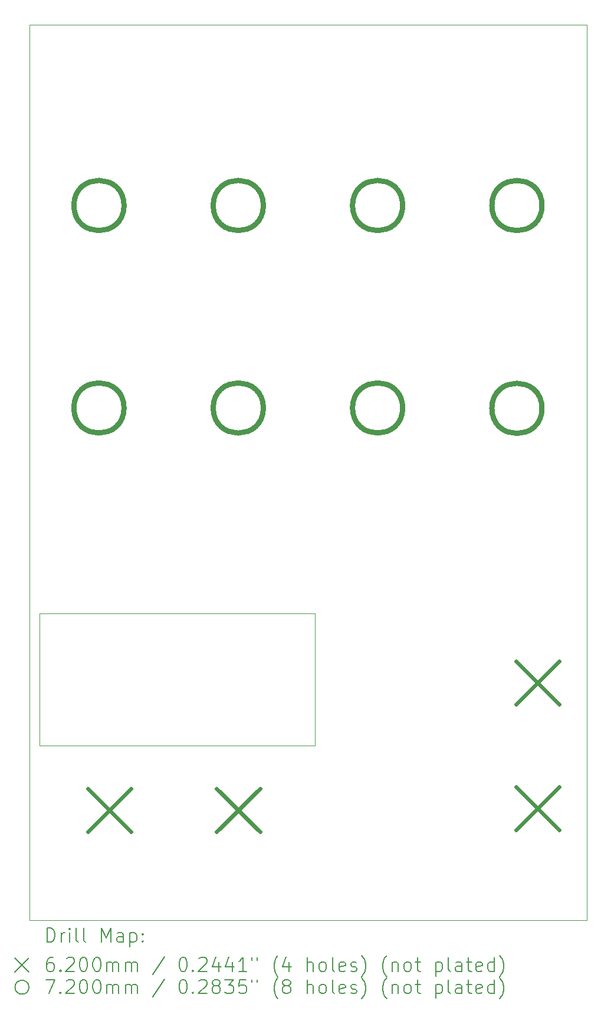
<source format=gbr>
%TF.GenerationSoftware,KiCad,Pcbnew,8.0.4+1*%
%TF.CreationDate,2024-09-11T08:07:54+08:00*%
%TF.ProjectId,MiniSeq - Panel,4d696e69-5365-4712-902d-2050616e656c,v0.1*%
%TF.SameCoordinates,Original*%
%TF.FileFunction,Drillmap*%
%TF.FilePolarity,Positive*%
%FSLAX45Y45*%
G04 Gerber Fmt 4.5, Leading zero omitted, Abs format (unit mm)*
G04 Created by KiCad (PCBNEW 8.0.4+1) date 2024-09-11 08:07:54*
%MOMM*%
%LPD*%
G01*
G04 APERTURE LIST*
%ADD10C,0.100000*%
%ADD11C,0.200000*%
%ADD12C,0.620000*%
%ADD13C,0.720000*%
G04 APERTURE END LIST*
D10*
X5000000Y-3000000D02*
X13000000Y-3000000D01*
X13000000Y-15850000D01*
X5000000Y-15850000D01*
X5000000Y-3000000D01*
X5150000Y-11450000D02*
X9100000Y-11450000D01*
X9100000Y-13350000D01*
X5150000Y-13350000D01*
X5150000Y-11450000D01*
D11*
D12*
X5840000Y-13962000D02*
X6460000Y-14582000D01*
X6460000Y-13962000D02*
X5840000Y-14582000D01*
X7690000Y-13962000D02*
X8310000Y-14582000D01*
X8310000Y-13962000D02*
X7690000Y-14582000D01*
X11990000Y-12137000D02*
X12610000Y-12757000D01*
X12610000Y-12137000D02*
X11990000Y-12757000D01*
X11990000Y-13940000D02*
X12610000Y-14560000D01*
X12610000Y-13940000D02*
X11990000Y-14560000D01*
D13*
X6360000Y-5594250D02*
G75*
G02*
X5640000Y-5594250I-360000J0D01*
G01*
X5640000Y-5594250D02*
G75*
G02*
X6360000Y-5594250I360000J0D01*
G01*
X6360000Y-8500000D02*
G75*
G02*
X5640000Y-8500000I-360000J0D01*
G01*
X5640000Y-8500000D02*
G75*
G02*
X6360000Y-8500000I360000J0D01*
G01*
X8360000Y-5594250D02*
G75*
G02*
X7640000Y-5594250I-360000J0D01*
G01*
X7640000Y-5594250D02*
G75*
G02*
X8360000Y-5594250I360000J0D01*
G01*
X8360000Y-8500000D02*
G75*
G02*
X7640000Y-8500000I-360000J0D01*
G01*
X7640000Y-8500000D02*
G75*
G02*
X8360000Y-8500000I360000J0D01*
G01*
X10360000Y-5594250D02*
G75*
G02*
X9640000Y-5594250I-360000J0D01*
G01*
X9640000Y-5594250D02*
G75*
G02*
X10360000Y-5594250I360000J0D01*
G01*
X10360000Y-8500000D02*
G75*
G02*
X9640000Y-8500000I-360000J0D01*
G01*
X9640000Y-8500000D02*
G75*
G02*
X10360000Y-8500000I360000J0D01*
G01*
X12360000Y-5594250D02*
G75*
G02*
X11640000Y-5594250I-360000J0D01*
G01*
X11640000Y-5594250D02*
G75*
G02*
X12360000Y-5594250I360000J0D01*
G01*
X12360000Y-8505750D02*
G75*
G02*
X11640000Y-8505750I-360000J0D01*
G01*
X11640000Y-8505750D02*
G75*
G02*
X12360000Y-8505750I360000J0D01*
G01*
D11*
X5255777Y-16166484D02*
X5255777Y-15966484D01*
X5255777Y-15966484D02*
X5303396Y-15966484D01*
X5303396Y-15966484D02*
X5331967Y-15976008D01*
X5331967Y-15976008D02*
X5351015Y-15995055D01*
X5351015Y-15995055D02*
X5360539Y-16014103D01*
X5360539Y-16014103D02*
X5370063Y-16052198D01*
X5370063Y-16052198D02*
X5370063Y-16080769D01*
X5370063Y-16080769D02*
X5360539Y-16118865D01*
X5360539Y-16118865D02*
X5351015Y-16137912D01*
X5351015Y-16137912D02*
X5331967Y-16156960D01*
X5331967Y-16156960D02*
X5303396Y-16166484D01*
X5303396Y-16166484D02*
X5255777Y-16166484D01*
X5455777Y-16166484D02*
X5455777Y-16033150D01*
X5455777Y-16071246D02*
X5465301Y-16052198D01*
X5465301Y-16052198D02*
X5474824Y-16042674D01*
X5474824Y-16042674D02*
X5493872Y-16033150D01*
X5493872Y-16033150D02*
X5512920Y-16033150D01*
X5579586Y-16166484D02*
X5579586Y-16033150D01*
X5579586Y-15966484D02*
X5570063Y-15976008D01*
X5570063Y-15976008D02*
X5579586Y-15985531D01*
X5579586Y-15985531D02*
X5589110Y-15976008D01*
X5589110Y-15976008D02*
X5579586Y-15966484D01*
X5579586Y-15966484D02*
X5579586Y-15985531D01*
X5703396Y-16166484D02*
X5684348Y-16156960D01*
X5684348Y-16156960D02*
X5674824Y-16137912D01*
X5674824Y-16137912D02*
X5674824Y-15966484D01*
X5808158Y-16166484D02*
X5789110Y-16156960D01*
X5789110Y-16156960D02*
X5779586Y-16137912D01*
X5779586Y-16137912D02*
X5779586Y-15966484D01*
X6036729Y-16166484D02*
X6036729Y-15966484D01*
X6036729Y-15966484D02*
X6103396Y-16109341D01*
X6103396Y-16109341D02*
X6170062Y-15966484D01*
X6170062Y-15966484D02*
X6170062Y-16166484D01*
X6351015Y-16166484D02*
X6351015Y-16061722D01*
X6351015Y-16061722D02*
X6341491Y-16042674D01*
X6341491Y-16042674D02*
X6322443Y-16033150D01*
X6322443Y-16033150D02*
X6284348Y-16033150D01*
X6284348Y-16033150D02*
X6265301Y-16042674D01*
X6351015Y-16156960D02*
X6331967Y-16166484D01*
X6331967Y-16166484D02*
X6284348Y-16166484D01*
X6284348Y-16166484D02*
X6265301Y-16156960D01*
X6265301Y-16156960D02*
X6255777Y-16137912D01*
X6255777Y-16137912D02*
X6255777Y-16118865D01*
X6255777Y-16118865D02*
X6265301Y-16099817D01*
X6265301Y-16099817D02*
X6284348Y-16090293D01*
X6284348Y-16090293D02*
X6331967Y-16090293D01*
X6331967Y-16090293D02*
X6351015Y-16080769D01*
X6446253Y-16033150D02*
X6446253Y-16233150D01*
X6446253Y-16042674D02*
X6465301Y-16033150D01*
X6465301Y-16033150D02*
X6503396Y-16033150D01*
X6503396Y-16033150D02*
X6522443Y-16042674D01*
X6522443Y-16042674D02*
X6531967Y-16052198D01*
X6531967Y-16052198D02*
X6541491Y-16071246D01*
X6541491Y-16071246D02*
X6541491Y-16128388D01*
X6541491Y-16128388D02*
X6531967Y-16147436D01*
X6531967Y-16147436D02*
X6522443Y-16156960D01*
X6522443Y-16156960D02*
X6503396Y-16166484D01*
X6503396Y-16166484D02*
X6465301Y-16166484D01*
X6465301Y-16166484D02*
X6446253Y-16156960D01*
X6627205Y-16147436D02*
X6636729Y-16156960D01*
X6636729Y-16156960D02*
X6627205Y-16166484D01*
X6627205Y-16166484D02*
X6617682Y-16156960D01*
X6617682Y-16156960D02*
X6627205Y-16147436D01*
X6627205Y-16147436D02*
X6627205Y-16166484D01*
X6627205Y-16042674D02*
X6636729Y-16052198D01*
X6636729Y-16052198D02*
X6627205Y-16061722D01*
X6627205Y-16061722D02*
X6617682Y-16052198D01*
X6617682Y-16052198D02*
X6627205Y-16042674D01*
X6627205Y-16042674D02*
X6627205Y-16061722D01*
X4795000Y-16395000D02*
X4995000Y-16595000D01*
X4995000Y-16395000D02*
X4795000Y-16595000D01*
X5341491Y-16386484D02*
X5303396Y-16386484D01*
X5303396Y-16386484D02*
X5284348Y-16396008D01*
X5284348Y-16396008D02*
X5274824Y-16405531D01*
X5274824Y-16405531D02*
X5255777Y-16434103D01*
X5255777Y-16434103D02*
X5246253Y-16472198D01*
X5246253Y-16472198D02*
X5246253Y-16548388D01*
X5246253Y-16548388D02*
X5255777Y-16567436D01*
X5255777Y-16567436D02*
X5265301Y-16576960D01*
X5265301Y-16576960D02*
X5284348Y-16586484D01*
X5284348Y-16586484D02*
X5322444Y-16586484D01*
X5322444Y-16586484D02*
X5341491Y-16576960D01*
X5341491Y-16576960D02*
X5351015Y-16567436D01*
X5351015Y-16567436D02*
X5360539Y-16548388D01*
X5360539Y-16548388D02*
X5360539Y-16500769D01*
X5360539Y-16500769D02*
X5351015Y-16481722D01*
X5351015Y-16481722D02*
X5341491Y-16472198D01*
X5341491Y-16472198D02*
X5322444Y-16462674D01*
X5322444Y-16462674D02*
X5284348Y-16462674D01*
X5284348Y-16462674D02*
X5265301Y-16472198D01*
X5265301Y-16472198D02*
X5255777Y-16481722D01*
X5255777Y-16481722D02*
X5246253Y-16500769D01*
X5446253Y-16567436D02*
X5455777Y-16576960D01*
X5455777Y-16576960D02*
X5446253Y-16586484D01*
X5446253Y-16586484D02*
X5436729Y-16576960D01*
X5436729Y-16576960D02*
X5446253Y-16567436D01*
X5446253Y-16567436D02*
X5446253Y-16586484D01*
X5531967Y-16405531D02*
X5541491Y-16396008D01*
X5541491Y-16396008D02*
X5560539Y-16386484D01*
X5560539Y-16386484D02*
X5608158Y-16386484D01*
X5608158Y-16386484D02*
X5627205Y-16396008D01*
X5627205Y-16396008D02*
X5636729Y-16405531D01*
X5636729Y-16405531D02*
X5646253Y-16424579D01*
X5646253Y-16424579D02*
X5646253Y-16443627D01*
X5646253Y-16443627D02*
X5636729Y-16472198D01*
X5636729Y-16472198D02*
X5522444Y-16586484D01*
X5522444Y-16586484D02*
X5646253Y-16586484D01*
X5770062Y-16386484D02*
X5789110Y-16386484D01*
X5789110Y-16386484D02*
X5808158Y-16396008D01*
X5808158Y-16396008D02*
X5817682Y-16405531D01*
X5817682Y-16405531D02*
X5827205Y-16424579D01*
X5827205Y-16424579D02*
X5836729Y-16462674D01*
X5836729Y-16462674D02*
X5836729Y-16510293D01*
X5836729Y-16510293D02*
X5827205Y-16548388D01*
X5827205Y-16548388D02*
X5817682Y-16567436D01*
X5817682Y-16567436D02*
X5808158Y-16576960D01*
X5808158Y-16576960D02*
X5789110Y-16586484D01*
X5789110Y-16586484D02*
X5770062Y-16586484D01*
X5770062Y-16586484D02*
X5751015Y-16576960D01*
X5751015Y-16576960D02*
X5741491Y-16567436D01*
X5741491Y-16567436D02*
X5731967Y-16548388D01*
X5731967Y-16548388D02*
X5722443Y-16510293D01*
X5722443Y-16510293D02*
X5722443Y-16462674D01*
X5722443Y-16462674D02*
X5731967Y-16424579D01*
X5731967Y-16424579D02*
X5741491Y-16405531D01*
X5741491Y-16405531D02*
X5751015Y-16396008D01*
X5751015Y-16396008D02*
X5770062Y-16386484D01*
X5960539Y-16386484D02*
X5979586Y-16386484D01*
X5979586Y-16386484D02*
X5998634Y-16396008D01*
X5998634Y-16396008D02*
X6008158Y-16405531D01*
X6008158Y-16405531D02*
X6017682Y-16424579D01*
X6017682Y-16424579D02*
X6027205Y-16462674D01*
X6027205Y-16462674D02*
X6027205Y-16510293D01*
X6027205Y-16510293D02*
X6017682Y-16548388D01*
X6017682Y-16548388D02*
X6008158Y-16567436D01*
X6008158Y-16567436D02*
X5998634Y-16576960D01*
X5998634Y-16576960D02*
X5979586Y-16586484D01*
X5979586Y-16586484D02*
X5960539Y-16586484D01*
X5960539Y-16586484D02*
X5941491Y-16576960D01*
X5941491Y-16576960D02*
X5931967Y-16567436D01*
X5931967Y-16567436D02*
X5922443Y-16548388D01*
X5922443Y-16548388D02*
X5912920Y-16510293D01*
X5912920Y-16510293D02*
X5912920Y-16462674D01*
X5912920Y-16462674D02*
X5922443Y-16424579D01*
X5922443Y-16424579D02*
X5931967Y-16405531D01*
X5931967Y-16405531D02*
X5941491Y-16396008D01*
X5941491Y-16396008D02*
X5960539Y-16386484D01*
X6112920Y-16586484D02*
X6112920Y-16453150D01*
X6112920Y-16472198D02*
X6122443Y-16462674D01*
X6122443Y-16462674D02*
X6141491Y-16453150D01*
X6141491Y-16453150D02*
X6170063Y-16453150D01*
X6170063Y-16453150D02*
X6189110Y-16462674D01*
X6189110Y-16462674D02*
X6198634Y-16481722D01*
X6198634Y-16481722D02*
X6198634Y-16586484D01*
X6198634Y-16481722D02*
X6208158Y-16462674D01*
X6208158Y-16462674D02*
X6227205Y-16453150D01*
X6227205Y-16453150D02*
X6255777Y-16453150D01*
X6255777Y-16453150D02*
X6274824Y-16462674D01*
X6274824Y-16462674D02*
X6284348Y-16481722D01*
X6284348Y-16481722D02*
X6284348Y-16586484D01*
X6379586Y-16586484D02*
X6379586Y-16453150D01*
X6379586Y-16472198D02*
X6389110Y-16462674D01*
X6389110Y-16462674D02*
X6408158Y-16453150D01*
X6408158Y-16453150D02*
X6436729Y-16453150D01*
X6436729Y-16453150D02*
X6455777Y-16462674D01*
X6455777Y-16462674D02*
X6465301Y-16481722D01*
X6465301Y-16481722D02*
X6465301Y-16586484D01*
X6465301Y-16481722D02*
X6474824Y-16462674D01*
X6474824Y-16462674D02*
X6493872Y-16453150D01*
X6493872Y-16453150D02*
X6522443Y-16453150D01*
X6522443Y-16453150D02*
X6541491Y-16462674D01*
X6541491Y-16462674D02*
X6551015Y-16481722D01*
X6551015Y-16481722D02*
X6551015Y-16586484D01*
X6941491Y-16376960D02*
X6770063Y-16634103D01*
X7198634Y-16386484D02*
X7217682Y-16386484D01*
X7217682Y-16386484D02*
X7236729Y-16396008D01*
X7236729Y-16396008D02*
X7246253Y-16405531D01*
X7246253Y-16405531D02*
X7255777Y-16424579D01*
X7255777Y-16424579D02*
X7265301Y-16462674D01*
X7265301Y-16462674D02*
X7265301Y-16510293D01*
X7265301Y-16510293D02*
X7255777Y-16548388D01*
X7255777Y-16548388D02*
X7246253Y-16567436D01*
X7246253Y-16567436D02*
X7236729Y-16576960D01*
X7236729Y-16576960D02*
X7217682Y-16586484D01*
X7217682Y-16586484D02*
X7198634Y-16586484D01*
X7198634Y-16586484D02*
X7179586Y-16576960D01*
X7179586Y-16576960D02*
X7170063Y-16567436D01*
X7170063Y-16567436D02*
X7160539Y-16548388D01*
X7160539Y-16548388D02*
X7151015Y-16510293D01*
X7151015Y-16510293D02*
X7151015Y-16462674D01*
X7151015Y-16462674D02*
X7160539Y-16424579D01*
X7160539Y-16424579D02*
X7170063Y-16405531D01*
X7170063Y-16405531D02*
X7179586Y-16396008D01*
X7179586Y-16396008D02*
X7198634Y-16386484D01*
X7351015Y-16567436D02*
X7360539Y-16576960D01*
X7360539Y-16576960D02*
X7351015Y-16586484D01*
X7351015Y-16586484D02*
X7341491Y-16576960D01*
X7341491Y-16576960D02*
X7351015Y-16567436D01*
X7351015Y-16567436D02*
X7351015Y-16586484D01*
X7436729Y-16405531D02*
X7446253Y-16396008D01*
X7446253Y-16396008D02*
X7465301Y-16386484D01*
X7465301Y-16386484D02*
X7512920Y-16386484D01*
X7512920Y-16386484D02*
X7531967Y-16396008D01*
X7531967Y-16396008D02*
X7541491Y-16405531D01*
X7541491Y-16405531D02*
X7551015Y-16424579D01*
X7551015Y-16424579D02*
X7551015Y-16443627D01*
X7551015Y-16443627D02*
X7541491Y-16472198D01*
X7541491Y-16472198D02*
X7427206Y-16586484D01*
X7427206Y-16586484D02*
X7551015Y-16586484D01*
X7722444Y-16453150D02*
X7722444Y-16586484D01*
X7674825Y-16376960D02*
X7627206Y-16519817D01*
X7627206Y-16519817D02*
X7751015Y-16519817D01*
X7912920Y-16453150D02*
X7912920Y-16586484D01*
X7865301Y-16376960D02*
X7817682Y-16519817D01*
X7817682Y-16519817D02*
X7941491Y-16519817D01*
X8122444Y-16586484D02*
X8008158Y-16586484D01*
X8065301Y-16586484D02*
X8065301Y-16386484D01*
X8065301Y-16386484D02*
X8046253Y-16415055D01*
X8046253Y-16415055D02*
X8027206Y-16434103D01*
X8027206Y-16434103D02*
X8008158Y-16443627D01*
X8198634Y-16386484D02*
X8198634Y-16424579D01*
X8274825Y-16386484D02*
X8274825Y-16424579D01*
X8570063Y-16662674D02*
X8560539Y-16653150D01*
X8560539Y-16653150D02*
X8541491Y-16624579D01*
X8541491Y-16624579D02*
X8531968Y-16605531D01*
X8531968Y-16605531D02*
X8522444Y-16576960D01*
X8522444Y-16576960D02*
X8512920Y-16529341D01*
X8512920Y-16529341D02*
X8512920Y-16491246D01*
X8512920Y-16491246D02*
X8522444Y-16443627D01*
X8522444Y-16443627D02*
X8531968Y-16415055D01*
X8531968Y-16415055D02*
X8541491Y-16396008D01*
X8541491Y-16396008D02*
X8560539Y-16367436D01*
X8560539Y-16367436D02*
X8570063Y-16357912D01*
X8731968Y-16453150D02*
X8731968Y-16586484D01*
X8684349Y-16376960D02*
X8636730Y-16519817D01*
X8636730Y-16519817D02*
X8760539Y-16519817D01*
X8989111Y-16586484D02*
X8989111Y-16386484D01*
X9074825Y-16586484D02*
X9074825Y-16481722D01*
X9074825Y-16481722D02*
X9065301Y-16462674D01*
X9065301Y-16462674D02*
X9046253Y-16453150D01*
X9046253Y-16453150D02*
X9017682Y-16453150D01*
X9017682Y-16453150D02*
X8998634Y-16462674D01*
X8998634Y-16462674D02*
X8989111Y-16472198D01*
X9198634Y-16586484D02*
X9179587Y-16576960D01*
X9179587Y-16576960D02*
X9170063Y-16567436D01*
X9170063Y-16567436D02*
X9160539Y-16548388D01*
X9160539Y-16548388D02*
X9160539Y-16491246D01*
X9160539Y-16491246D02*
X9170063Y-16472198D01*
X9170063Y-16472198D02*
X9179587Y-16462674D01*
X9179587Y-16462674D02*
X9198634Y-16453150D01*
X9198634Y-16453150D02*
X9227206Y-16453150D01*
X9227206Y-16453150D02*
X9246253Y-16462674D01*
X9246253Y-16462674D02*
X9255777Y-16472198D01*
X9255777Y-16472198D02*
X9265301Y-16491246D01*
X9265301Y-16491246D02*
X9265301Y-16548388D01*
X9265301Y-16548388D02*
X9255777Y-16567436D01*
X9255777Y-16567436D02*
X9246253Y-16576960D01*
X9246253Y-16576960D02*
X9227206Y-16586484D01*
X9227206Y-16586484D02*
X9198634Y-16586484D01*
X9379587Y-16586484D02*
X9360539Y-16576960D01*
X9360539Y-16576960D02*
X9351015Y-16557912D01*
X9351015Y-16557912D02*
X9351015Y-16386484D01*
X9531968Y-16576960D02*
X9512920Y-16586484D01*
X9512920Y-16586484D02*
X9474825Y-16586484D01*
X9474825Y-16586484D02*
X9455777Y-16576960D01*
X9455777Y-16576960D02*
X9446253Y-16557912D01*
X9446253Y-16557912D02*
X9446253Y-16481722D01*
X9446253Y-16481722D02*
X9455777Y-16462674D01*
X9455777Y-16462674D02*
X9474825Y-16453150D01*
X9474825Y-16453150D02*
X9512920Y-16453150D01*
X9512920Y-16453150D02*
X9531968Y-16462674D01*
X9531968Y-16462674D02*
X9541492Y-16481722D01*
X9541492Y-16481722D02*
X9541492Y-16500769D01*
X9541492Y-16500769D02*
X9446253Y-16519817D01*
X9617682Y-16576960D02*
X9636730Y-16586484D01*
X9636730Y-16586484D02*
X9674825Y-16586484D01*
X9674825Y-16586484D02*
X9693873Y-16576960D01*
X9693873Y-16576960D02*
X9703396Y-16557912D01*
X9703396Y-16557912D02*
X9703396Y-16548388D01*
X9703396Y-16548388D02*
X9693873Y-16529341D01*
X9693873Y-16529341D02*
X9674825Y-16519817D01*
X9674825Y-16519817D02*
X9646253Y-16519817D01*
X9646253Y-16519817D02*
X9627206Y-16510293D01*
X9627206Y-16510293D02*
X9617682Y-16491246D01*
X9617682Y-16491246D02*
X9617682Y-16481722D01*
X9617682Y-16481722D02*
X9627206Y-16462674D01*
X9627206Y-16462674D02*
X9646253Y-16453150D01*
X9646253Y-16453150D02*
X9674825Y-16453150D01*
X9674825Y-16453150D02*
X9693873Y-16462674D01*
X9770063Y-16662674D02*
X9779587Y-16653150D01*
X9779587Y-16653150D02*
X9798634Y-16624579D01*
X9798634Y-16624579D02*
X9808158Y-16605531D01*
X9808158Y-16605531D02*
X9817682Y-16576960D01*
X9817682Y-16576960D02*
X9827206Y-16529341D01*
X9827206Y-16529341D02*
X9827206Y-16491246D01*
X9827206Y-16491246D02*
X9817682Y-16443627D01*
X9817682Y-16443627D02*
X9808158Y-16415055D01*
X9808158Y-16415055D02*
X9798634Y-16396008D01*
X9798634Y-16396008D02*
X9779587Y-16367436D01*
X9779587Y-16367436D02*
X9770063Y-16357912D01*
X10131968Y-16662674D02*
X10122444Y-16653150D01*
X10122444Y-16653150D02*
X10103396Y-16624579D01*
X10103396Y-16624579D02*
X10093873Y-16605531D01*
X10093873Y-16605531D02*
X10084349Y-16576960D01*
X10084349Y-16576960D02*
X10074825Y-16529341D01*
X10074825Y-16529341D02*
X10074825Y-16491246D01*
X10074825Y-16491246D02*
X10084349Y-16443627D01*
X10084349Y-16443627D02*
X10093873Y-16415055D01*
X10093873Y-16415055D02*
X10103396Y-16396008D01*
X10103396Y-16396008D02*
X10122444Y-16367436D01*
X10122444Y-16367436D02*
X10131968Y-16357912D01*
X10208158Y-16453150D02*
X10208158Y-16586484D01*
X10208158Y-16472198D02*
X10217682Y-16462674D01*
X10217682Y-16462674D02*
X10236730Y-16453150D01*
X10236730Y-16453150D02*
X10265301Y-16453150D01*
X10265301Y-16453150D02*
X10284349Y-16462674D01*
X10284349Y-16462674D02*
X10293873Y-16481722D01*
X10293873Y-16481722D02*
X10293873Y-16586484D01*
X10417682Y-16586484D02*
X10398634Y-16576960D01*
X10398634Y-16576960D02*
X10389111Y-16567436D01*
X10389111Y-16567436D02*
X10379587Y-16548388D01*
X10379587Y-16548388D02*
X10379587Y-16491246D01*
X10379587Y-16491246D02*
X10389111Y-16472198D01*
X10389111Y-16472198D02*
X10398634Y-16462674D01*
X10398634Y-16462674D02*
X10417682Y-16453150D01*
X10417682Y-16453150D02*
X10446254Y-16453150D01*
X10446254Y-16453150D02*
X10465301Y-16462674D01*
X10465301Y-16462674D02*
X10474825Y-16472198D01*
X10474825Y-16472198D02*
X10484349Y-16491246D01*
X10484349Y-16491246D02*
X10484349Y-16548388D01*
X10484349Y-16548388D02*
X10474825Y-16567436D01*
X10474825Y-16567436D02*
X10465301Y-16576960D01*
X10465301Y-16576960D02*
X10446254Y-16586484D01*
X10446254Y-16586484D02*
X10417682Y-16586484D01*
X10541492Y-16453150D02*
X10617682Y-16453150D01*
X10570063Y-16386484D02*
X10570063Y-16557912D01*
X10570063Y-16557912D02*
X10579587Y-16576960D01*
X10579587Y-16576960D02*
X10598634Y-16586484D01*
X10598634Y-16586484D02*
X10617682Y-16586484D01*
X10836730Y-16453150D02*
X10836730Y-16653150D01*
X10836730Y-16462674D02*
X10855777Y-16453150D01*
X10855777Y-16453150D02*
X10893873Y-16453150D01*
X10893873Y-16453150D02*
X10912920Y-16462674D01*
X10912920Y-16462674D02*
X10922444Y-16472198D01*
X10922444Y-16472198D02*
X10931968Y-16491246D01*
X10931968Y-16491246D02*
X10931968Y-16548388D01*
X10931968Y-16548388D02*
X10922444Y-16567436D01*
X10922444Y-16567436D02*
X10912920Y-16576960D01*
X10912920Y-16576960D02*
X10893873Y-16586484D01*
X10893873Y-16586484D02*
X10855777Y-16586484D01*
X10855777Y-16586484D02*
X10836730Y-16576960D01*
X11046254Y-16586484D02*
X11027206Y-16576960D01*
X11027206Y-16576960D02*
X11017682Y-16557912D01*
X11017682Y-16557912D02*
X11017682Y-16386484D01*
X11208158Y-16586484D02*
X11208158Y-16481722D01*
X11208158Y-16481722D02*
X11198634Y-16462674D01*
X11198634Y-16462674D02*
X11179587Y-16453150D01*
X11179587Y-16453150D02*
X11141492Y-16453150D01*
X11141492Y-16453150D02*
X11122444Y-16462674D01*
X11208158Y-16576960D02*
X11189111Y-16586484D01*
X11189111Y-16586484D02*
X11141492Y-16586484D01*
X11141492Y-16586484D02*
X11122444Y-16576960D01*
X11122444Y-16576960D02*
X11112920Y-16557912D01*
X11112920Y-16557912D02*
X11112920Y-16538865D01*
X11112920Y-16538865D02*
X11122444Y-16519817D01*
X11122444Y-16519817D02*
X11141492Y-16510293D01*
X11141492Y-16510293D02*
X11189111Y-16510293D01*
X11189111Y-16510293D02*
X11208158Y-16500769D01*
X11274825Y-16453150D02*
X11351015Y-16453150D01*
X11303396Y-16386484D02*
X11303396Y-16557912D01*
X11303396Y-16557912D02*
X11312920Y-16576960D01*
X11312920Y-16576960D02*
X11331968Y-16586484D01*
X11331968Y-16586484D02*
X11351015Y-16586484D01*
X11493873Y-16576960D02*
X11474825Y-16586484D01*
X11474825Y-16586484D02*
X11436730Y-16586484D01*
X11436730Y-16586484D02*
X11417682Y-16576960D01*
X11417682Y-16576960D02*
X11408158Y-16557912D01*
X11408158Y-16557912D02*
X11408158Y-16481722D01*
X11408158Y-16481722D02*
X11417682Y-16462674D01*
X11417682Y-16462674D02*
X11436730Y-16453150D01*
X11436730Y-16453150D02*
X11474825Y-16453150D01*
X11474825Y-16453150D02*
X11493873Y-16462674D01*
X11493873Y-16462674D02*
X11503396Y-16481722D01*
X11503396Y-16481722D02*
X11503396Y-16500769D01*
X11503396Y-16500769D02*
X11408158Y-16519817D01*
X11674825Y-16586484D02*
X11674825Y-16386484D01*
X11674825Y-16576960D02*
X11655777Y-16586484D01*
X11655777Y-16586484D02*
X11617682Y-16586484D01*
X11617682Y-16586484D02*
X11598634Y-16576960D01*
X11598634Y-16576960D02*
X11589111Y-16567436D01*
X11589111Y-16567436D02*
X11579587Y-16548388D01*
X11579587Y-16548388D02*
X11579587Y-16491246D01*
X11579587Y-16491246D02*
X11589111Y-16472198D01*
X11589111Y-16472198D02*
X11598634Y-16462674D01*
X11598634Y-16462674D02*
X11617682Y-16453150D01*
X11617682Y-16453150D02*
X11655777Y-16453150D01*
X11655777Y-16453150D02*
X11674825Y-16462674D01*
X11751015Y-16662674D02*
X11760539Y-16653150D01*
X11760539Y-16653150D02*
X11779587Y-16624579D01*
X11779587Y-16624579D02*
X11789111Y-16605531D01*
X11789111Y-16605531D02*
X11798634Y-16576960D01*
X11798634Y-16576960D02*
X11808158Y-16529341D01*
X11808158Y-16529341D02*
X11808158Y-16491246D01*
X11808158Y-16491246D02*
X11798634Y-16443627D01*
X11798634Y-16443627D02*
X11789111Y-16415055D01*
X11789111Y-16415055D02*
X11779587Y-16396008D01*
X11779587Y-16396008D02*
X11760539Y-16367436D01*
X11760539Y-16367436D02*
X11751015Y-16357912D01*
X4995000Y-16815000D02*
G75*
G02*
X4795000Y-16815000I-100000J0D01*
G01*
X4795000Y-16815000D02*
G75*
G02*
X4995000Y-16815000I100000J0D01*
G01*
X5236729Y-16706484D02*
X5370063Y-16706484D01*
X5370063Y-16706484D02*
X5284348Y-16906484D01*
X5446253Y-16887436D02*
X5455777Y-16896960D01*
X5455777Y-16896960D02*
X5446253Y-16906484D01*
X5446253Y-16906484D02*
X5436729Y-16896960D01*
X5436729Y-16896960D02*
X5446253Y-16887436D01*
X5446253Y-16887436D02*
X5446253Y-16906484D01*
X5531967Y-16725531D02*
X5541491Y-16716008D01*
X5541491Y-16716008D02*
X5560539Y-16706484D01*
X5560539Y-16706484D02*
X5608158Y-16706484D01*
X5608158Y-16706484D02*
X5627205Y-16716008D01*
X5627205Y-16716008D02*
X5636729Y-16725531D01*
X5636729Y-16725531D02*
X5646253Y-16744579D01*
X5646253Y-16744579D02*
X5646253Y-16763627D01*
X5646253Y-16763627D02*
X5636729Y-16792198D01*
X5636729Y-16792198D02*
X5522444Y-16906484D01*
X5522444Y-16906484D02*
X5646253Y-16906484D01*
X5770062Y-16706484D02*
X5789110Y-16706484D01*
X5789110Y-16706484D02*
X5808158Y-16716008D01*
X5808158Y-16716008D02*
X5817682Y-16725531D01*
X5817682Y-16725531D02*
X5827205Y-16744579D01*
X5827205Y-16744579D02*
X5836729Y-16782674D01*
X5836729Y-16782674D02*
X5836729Y-16830293D01*
X5836729Y-16830293D02*
X5827205Y-16868389D01*
X5827205Y-16868389D02*
X5817682Y-16887436D01*
X5817682Y-16887436D02*
X5808158Y-16896960D01*
X5808158Y-16896960D02*
X5789110Y-16906484D01*
X5789110Y-16906484D02*
X5770062Y-16906484D01*
X5770062Y-16906484D02*
X5751015Y-16896960D01*
X5751015Y-16896960D02*
X5741491Y-16887436D01*
X5741491Y-16887436D02*
X5731967Y-16868389D01*
X5731967Y-16868389D02*
X5722443Y-16830293D01*
X5722443Y-16830293D02*
X5722443Y-16782674D01*
X5722443Y-16782674D02*
X5731967Y-16744579D01*
X5731967Y-16744579D02*
X5741491Y-16725531D01*
X5741491Y-16725531D02*
X5751015Y-16716008D01*
X5751015Y-16716008D02*
X5770062Y-16706484D01*
X5960539Y-16706484D02*
X5979586Y-16706484D01*
X5979586Y-16706484D02*
X5998634Y-16716008D01*
X5998634Y-16716008D02*
X6008158Y-16725531D01*
X6008158Y-16725531D02*
X6017682Y-16744579D01*
X6017682Y-16744579D02*
X6027205Y-16782674D01*
X6027205Y-16782674D02*
X6027205Y-16830293D01*
X6027205Y-16830293D02*
X6017682Y-16868389D01*
X6017682Y-16868389D02*
X6008158Y-16887436D01*
X6008158Y-16887436D02*
X5998634Y-16896960D01*
X5998634Y-16896960D02*
X5979586Y-16906484D01*
X5979586Y-16906484D02*
X5960539Y-16906484D01*
X5960539Y-16906484D02*
X5941491Y-16896960D01*
X5941491Y-16896960D02*
X5931967Y-16887436D01*
X5931967Y-16887436D02*
X5922443Y-16868389D01*
X5922443Y-16868389D02*
X5912920Y-16830293D01*
X5912920Y-16830293D02*
X5912920Y-16782674D01*
X5912920Y-16782674D02*
X5922443Y-16744579D01*
X5922443Y-16744579D02*
X5931967Y-16725531D01*
X5931967Y-16725531D02*
X5941491Y-16716008D01*
X5941491Y-16716008D02*
X5960539Y-16706484D01*
X6112920Y-16906484D02*
X6112920Y-16773150D01*
X6112920Y-16792198D02*
X6122443Y-16782674D01*
X6122443Y-16782674D02*
X6141491Y-16773150D01*
X6141491Y-16773150D02*
X6170063Y-16773150D01*
X6170063Y-16773150D02*
X6189110Y-16782674D01*
X6189110Y-16782674D02*
X6198634Y-16801722D01*
X6198634Y-16801722D02*
X6198634Y-16906484D01*
X6198634Y-16801722D02*
X6208158Y-16782674D01*
X6208158Y-16782674D02*
X6227205Y-16773150D01*
X6227205Y-16773150D02*
X6255777Y-16773150D01*
X6255777Y-16773150D02*
X6274824Y-16782674D01*
X6274824Y-16782674D02*
X6284348Y-16801722D01*
X6284348Y-16801722D02*
X6284348Y-16906484D01*
X6379586Y-16906484D02*
X6379586Y-16773150D01*
X6379586Y-16792198D02*
X6389110Y-16782674D01*
X6389110Y-16782674D02*
X6408158Y-16773150D01*
X6408158Y-16773150D02*
X6436729Y-16773150D01*
X6436729Y-16773150D02*
X6455777Y-16782674D01*
X6455777Y-16782674D02*
X6465301Y-16801722D01*
X6465301Y-16801722D02*
X6465301Y-16906484D01*
X6465301Y-16801722D02*
X6474824Y-16782674D01*
X6474824Y-16782674D02*
X6493872Y-16773150D01*
X6493872Y-16773150D02*
X6522443Y-16773150D01*
X6522443Y-16773150D02*
X6541491Y-16782674D01*
X6541491Y-16782674D02*
X6551015Y-16801722D01*
X6551015Y-16801722D02*
X6551015Y-16906484D01*
X6941491Y-16696960D02*
X6770063Y-16954103D01*
X7198634Y-16706484D02*
X7217682Y-16706484D01*
X7217682Y-16706484D02*
X7236729Y-16716008D01*
X7236729Y-16716008D02*
X7246253Y-16725531D01*
X7246253Y-16725531D02*
X7255777Y-16744579D01*
X7255777Y-16744579D02*
X7265301Y-16782674D01*
X7265301Y-16782674D02*
X7265301Y-16830293D01*
X7265301Y-16830293D02*
X7255777Y-16868389D01*
X7255777Y-16868389D02*
X7246253Y-16887436D01*
X7246253Y-16887436D02*
X7236729Y-16896960D01*
X7236729Y-16896960D02*
X7217682Y-16906484D01*
X7217682Y-16906484D02*
X7198634Y-16906484D01*
X7198634Y-16906484D02*
X7179586Y-16896960D01*
X7179586Y-16896960D02*
X7170063Y-16887436D01*
X7170063Y-16887436D02*
X7160539Y-16868389D01*
X7160539Y-16868389D02*
X7151015Y-16830293D01*
X7151015Y-16830293D02*
X7151015Y-16782674D01*
X7151015Y-16782674D02*
X7160539Y-16744579D01*
X7160539Y-16744579D02*
X7170063Y-16725531D01*
X7170063Y-16725531D02*
X7179586Y-16716008D01*
X7179586Y-16716008D02*
X7198634Y-16706484D01*
X7351015Y-16887436D02*
X7360539Y-16896960D01*
X7360539Y-16896960D02*
X7351015Y-16906484D01*
X7351015Y-16906484D02*
X7341491Y-16896960D01*
X7341491Y-16896960D02*
X7351015Y-16887436D01*
X7351015Y-16887436D02*
X7351015Y-16906484D01*
X7436729Y-16725531D02*
X7446253Y-16716008D01*
X7446253Y-16716008D02*
X7465301Y-16706484D01*
X7465301Y-16706484D02*
X7512920Y-16706484D01*
X7512920Y-16706484D02*
X7531967Y-16716008D01*
X7531967Y-16716008D02*
X7541491Y-16725531D01*
X7541491Y-16725531D02*
X7551015Y-16744579D01*
X7551015Y-16744579D02*
X7551015Y-16763627D01*
X7551015Y-16763627D02*
X7541491Y-16792198D01*
X7541491Y-16792198D02*
X7427206Y-16906484D01*
X7427206Y-16906484D02*
X7551015Y-16906484D01*
X7665301Y-16792198D02*
X7646253Y-16782674D01*
X7646253Y-16782674D02*
X7636729Y-16773150D01*
X7636729Y-16773150D02*
X7627206Y-16754103D01*
X7627206Y-16754103D02*
X7627206Y-16744579D01*
X7627206Y-16744579D02*
X7636729Y-16725531D01*
X7636729Y-16725531D02*
X7646253Y-16716008D01*
X7646253Y-16716008D02*
X7665301Y-16706484D01*
X7665301Y-16706484D02*
X7703396Y-16706484D01*
X7703396Y-16706484D02*
X7722444Y-16716008D01*
X7722444Y-16716008D02*
X7731967Y-16725531D01*
X7731967Y-16725531D02*
X7741491Y-16744579D01*
X7741491Y-16744579D02*
X7741491Y-16754103D01*
X7741491Y-16754103D02*
X7731967Y-16773150D01*
X7731967Y-16773150D02*
X7722444Y-16782674D01*
X7722444Y-16782674D02*
X7703396Y-16792198D01*
X7703396Y-16792198D02*
X7665301Y-16792198D01*
X7665301Y-16792198D02*
X7646253Y-16801722D01*
X7646253Y-16801722D02*
X7636729Y-16811246D01*
X7636729Y-16811246D02*
X7627206Y-16830293D01*
X7627206Y-16830293D02*
X7627206Y-16868389D01*
X7627206Y-16868389D02*
X7636729Y-16887436D01*
X7636729Y-16887436D02*
X7646253Y-16896960D01*
X7646253Y-16896960D02*
X7665301Y-16906484D01*
X7665301Y-16906484D02*
X7703396Y-16906484D01*
X7703396Y-16906484D02*
X7722444Y-16896960D01*
X7722444Y-16896960D02*
X7731967Y-16887436D01*
X7731967Y-16887436D02*
X7741491Y-16868389D01*
X7741491Y-16868389D02*
X7741491Y-16830293D01*
X7741491Y-16830293D02*
X7731967Y-16811246D01*
X7731967Y-16811246D02*
X7722444Y-16801722D01*
X7722444Y-16801722D02*
X7703396Y-16792198D01*
X7808158Y-16706484D02*
X7931967Y-16706484D01*
X7931967Y-16706484D02*
X7865301Y-16782674D01*
X7865301Y-16782674D02*
X7893872Y-16782674D01*
X7893872Y-16782674D02*
X7912920Y-16792198D01*
X7912920Y-16792198D02*
X7922444Y-16801722D01*
X7922444Y-16801722D02*
X7931967Y-16820770D01*
X7931967Y-16820770D02*
X7931967Y-16868389D01*
X7931967Y-16868389D02*
X7922444Y-16887436D01*
X7922444Y-16887436D02*
X7912920Y-16896960D01*
X7912920Y-16896960D02*
X7893872Y-16906484D01*
X7893872Y-16906484D02*
X7836729Y-16906484D01*
X7836729Y-16906484D02*
X7817682Y-16896960D01*
X7817682Y-16896960D02*
X7808158Y-16887436D01*
X8112920Y-16706484D02*
X8017682Y-16706484D01*
X8017682Y-16706484D02*
X8008158Y-16801722D01*
X8008158Y-16801722D02*
X8017682Y-16792198D01*
X8017682Y-16792198D02*
X8036729Y-16782674D01*
X8036729Y-16782674D02*
X8084348Y-16782674D01*
X8084348Y-16782674D02*
X8103396Y-16792198D01*
X8103396Y-16792198D02*
X8112920Y-16801722D01*
X8112920Y-16801722D02*
X8122444Y-16820770D01*
X8122444Y-16820770D02*
X8122444Y-16868389D01*
X8122444Y-16868389D02*
X8112920Y-16887436D01*
X8112920Y-16887436D02*
X8103396Y-16896960D01*
X8103396Y-16896960D02*
X8084348Y-16906484D01*
X8084348Y-16906484D02*
X8036729Y-16906484D01*
X8036729Y-16906484D02*
X8017682Y-16896960D01*
X8017682Y-16896960D02*
X8008158Y-16887436D01*
X8198634Y-16706484D02*
X8198634Y-16744579D01*
X8274825Y-16706484D02*
X8274825Y-16744579D01*
X8570063Y-16982674D02*
X8560539Y-16973150D01*
X8560539Y-16973150D02*
X8541491Y-16944579D01*
X8541491Y-16944579D02*
X8531968Y-16925531D01*
X8531968Y-16925531D02*
X8522444Y-16896960D01*
X8522444Y-16896960D02*
X8512920Y-16849341D01*
X8512920Y-16849341D02*
X8512920Y-16811246D01*
X8512920Y-16811246D02*
X8522444Y-16763627D01*
X8522444Y-16763627D02*
X8531968Y-16735055D01*
X8531968Y-16735055D02*
X8541491Y-16716008D01*
X8541491Y-16716008D02*
X8560539Y-16687436D01*
X8560539Y-16687436D02*
X8570063Y-16677912D01*
X8674825Y-16792198D02*
X8655777Y-16782674D01*
X8655777Y-16782674D02*
X8646253Y-16773150D01*
X8646253Y-16773150D02*
X8636730Y-16754103D01*
X8636730Y-16754103D02*
X8636730Y-16744579D01*
X8636730Y-16744579D02*
X8646253Y-16725531D01*
X8646253Y-16725531D02*
X8655777Y-16716008D01*
X8655777Y-16716008D02*
X8674825Y-16706484D01*
X8674825Y-16706484D02*
X8712920Y-16706484D01*
X8712920Y-16706484D02*
X8731968Y-16716008D01*
X8731968Y-16716008D02*
X8741491Y-16725531D01*
X8741491Y-16725531D02*
X8751015Y-16744579D01*
X8751015Y-16744579D02*
X8751015Y-16754103D01*
X8751015Y-16754103D02*
X8741491Y-16773150D01*
X8741491Y-16773150D02*
X8731968Y-16782674D01*
X8731968Y-16782674D02*
X8712920Y-16792198D01*
X8712920Y-16792198D02*
X8674825Y-16792198D01*
X8674825Y-16792198D02*
X8655777Y-16801722D01*
X8655777Y-16801722D02*
X8646253Y-16811246D01*
X8646253Y-16811246D02*
X8636730Y-16830293D01*
X8636730Y-16830293D02*
X8636730Y-16868389D01*
X8636730Y-16868389D02*
X8646253Y-16887436D01*
X8646253Y-16887436D02*
X8655777Y-16896960D01*
X8655777Y-16896960D02*
X8674825Y-16906484D01*
X8674825Y-16906484D02*
X8712920Y-16906484D01*
X8712920Y-16906484D02*
X8731968Y-16896960D01*
X8731968Y-16896960D02*
X8741491Y-16887436D01*
X8741491Y-16887436D02*
X8751015Y-16868389D01*
X8751015Y-16868389D02*
X8751015Y-16830293D01*
X8751015Y-16830293D02*
X8741491Y-16811246D01*
X8741491Y-16811246D02*
X8731968Y-16801722D01*
X8731968Y-16801722D02*
X8712920Y-16792198D01*
X8989111Y-16906484D02*
X8989111Y-16706484D01*
X9074825Y-16906484D02*
X9074825Y-16801722D01*
X9074825Y-16801722D02*
X9065301Y-16782674D01*
X9065301Y-16782674D02*
X9046253Y-16773150D01*
X9046253Y-16773150D02*
X9017682Y-16773150D01*
X9017682Y-16773150D02*
X8998634Y-16782674D01*
X8998634Y-16782674D02*
X8989111Y-16792198D01*
X9198634Y-16906484D02*
X9179587Y-16896960D01*
X9179587Y-16896960D02*
X9170063Y-16887436D01*
X9170063Y-16887436D02*
X9160539Y-16868389D01*
X9160539Y-16868389D02*
X9160539Y-16811246D01*
X9160539Y-16811246D02*
X9170063Y-16792198D01*
X9170063Y-16792198D02*
X9179587Y-16782674D01*
X9179587Y-16782674D02*
X9198634Y-16773150D01*
X9198634Y-16773150D02*
X9227206Y-16773150D01*
X9227206Y-16773150D02*
X9246253Y-16782674D01*
X9246253Y-16782674D02*
X9255777Y-16792198D01*
X9255777Y-16792198D02*
X9265301Y-16811246D01*
X9265301Y-16811246D02*
X9265301Y-16868389D01*
X9265301Y-16868389D02*
X9255777Y-16887436D01*
X9255777Y-16887436D02*
X9246253Y-16896960D01*
X9246253Y-16896960D02*
X9227206Y-16906484D01*
X9227206Y-16906484D02*
X9198634Y-16906484D01*
X9379587Y-16906484D02*
X9360539Y-16896960D01*
X9360539Y-16896960D02*
X9351015Y-16877912D01*
X9351015Y-16877912D02*
X9351015Y-16706484D01*
X9531968Y-16896960D02*
X9512920Y-16906484D01*
X9512920Y-16906484D02*
X9474825Y-16906484D01*
X9474825Y-16906484D02*
X9455777Y-16896960D01*
X9455777Y-16896960D02*
X9446253Y-16877912D01*
X9446253Y-16877912D02*
X9446253Y-16801722D01*
X9446253Y-16801722D02*
X9455777Y-16782674D01*
X9455777Y-16782674D02*
X9474825Y-16773150D01*
X9474825Y-16773150D02*
X9512920Y-16773150D01*
X9512920Y-16773150D02*
X9531968Y-16782674D01*
X9531968Y-16782674D02*
X9541492Y-16801722D01*
X9541492Y-16801722D02*
X9541492Y-16820770D01*
X9541492Y-16820770D02*
X9446253Y-16839817D01*
X9617682Y-16896960D02*
X9636730Y-16906484D01*
X9636730Y-16906484D02*
X9674825Y-16906484D01*
X9674825Y-16906484D02*
X9693873Y-16896960D01*
X9693873Y-16896960D02*
X9703396Y-16877912D01*
X9703396Y-16877912D02*
X9703396Y-16868389D01*
X9703396Y-16868389D02*
X9693873Y-16849341D01*
X9693873Y-16849341D02*
X9674825Y-16839817D01*
X9674825Y-16839817D02*
X9646253Y-16839817D01*
X9646253Y-16839817D02*
X9627206Y-16830293D01*
X9627206Y-16830293D02*
X9617682Y-16811246D01*
X9617682Y-16811246D02*
X9617682Y-16801722D01*
X9617682Y-16801722D02*
X9627206Y-16782674D01*
X9627206Y-16782674D02*
X9646253Y-16773150D01*
X9646253Y-16773150D02*
X9674825Y-16773150D01*
X9674825Y-16773150D02*
X9693873Y-16782674D01*
X9770063Y-16982674D02*
X9779587Y-16973150D01*
X9779587Y-16973150D02*
X9798634Y-16944579D01*
X9798634Y-16944579D02*
X9808158Y-16925531D01*
X9808158Y-16925531D02*
X9817682Y-16896960D01*
X9817682Y-16896960D02*
X9827206Y-16849341D01*
X9827206Y-16849341D02*
X9827206Y-16811246D01*
X9827206Y-16811246D02*
X9817682Y-16763627D01*
X9817682Y-16763627D02*
X9808158Y-16735055D01*
X9808158Y-16735055D02*
X9798634Y-16716008D01*
X9798634Y-16716008D02*
X9779587Y-16687436D01*
X9779587Y-16687436D02*
X9770063Y-16677912D01*
X10131968Y-16982674D02*
X10122444Y-16973150D01*
X10122444Y-16973150D02*
X10103396Y-16944579D01*
X10103396Y-16944579D02*
X10093873Y-16925531D01*
X10093873Y-16925531D02*
X10084349Y-16896960D01*
X10084349Y-16896960D02*
X10074825Y-16849341D01*
X10074825Y-16849341D02*
X10074825Y-16811246D01*
X10074825Y-16811246D02*
X10084349Y-16763627D01*
X10084349Y-16763627D02*
X10093873Y-16735055D01*
X10093873Y-16735055D02*
X10103396Y-16716008D01*
X10103396Y-16716008D02*
X10122444Y-16687436D01*
X10122444Y-16687436D02*
X10131968Y-16677912D01*
X10208158Y-16773150D02*
X10208158Y-16906484D01*
X10208158Y-16792198D02*
X10217682Y-16782674D01*
X10217682Y-16782674D02*
X10236730Y-16773150D01*
X10236730Y-16773150D02*
X10265301Y-16773150D01*
X10265301Y-16773150D02*
X10284349Y-16782674D01*
X10284349Y-16782674D02*
X10293873Y-16801722D01*
X10293873Y-16801722D02*
X10293873Y-16906484D01*
X10417682Y-16906484D02*
X10398634Y-16896960D01*
X10398634Y-16896960D02*
X10389111Y-16887436D01*
X10389111Y-16887436D02*
X10379587Y-16868389D01*
X10379587Y-16868389D02*
X10379587Y-16811246D01*
X10379587Y-16811246D02*
X10389111Y-16792198D01*
X10389111Y-16792198D02*
X10398634Y-16782674D01*
X10398634Y-16782674D02*
X10417682Y-16773150D01*
X10417682Y-16773150D02*
X10446254Y-16773150D01*
X10446254Y-16773150D02*
X10465301Y-16782674D01*
X10465301Y-16782674D02*
X10474825Y-16792198D01*
X10474825Y-16792198D02*
X10484349Y-16811246D01*
X10484349Y-16811246D02*
X10484349Y-16868389D01*
X10484349Y-16868389D02*
X10474825Y-16887436D01*
X10474825Y-16887436D02*
X10465301Y-16896960D01*
X10465301Y-16896960D02*
X10446254Y-16906484D01*
X10446254Y-16906484D02*
X10417682Y-16906484D01*
X10541492Y-16773150D02*
X10617682Y-16773150D01*
X10570063Y-16706484D02*
X10570063Y-16877912D01*
X10570063Y-16877912D02*
X10579587Y-16896960D01*
X10579587Y-16896960D02*
X10598634Y-16906484D01*
X10598634Y-16906484D02*
X10617682Y-16906484D01*
X10836730Y-16773150D02*
X10836730Y-16973150D01*
X10836730Y-16782674D02*
X10855777Y-16773150D01*
X10855777Y-16773150D02*
X10893873Y-16773150D01*
X10893873Y-16773150D02*
X10912920Y-16782674D01*
X10912920Y-16782674D02*
X10922444Y-16792198D01*
X10922444Y-16792198D02*
X10931968Y-16811246D01*
X10931968Y-16811246D02*
X10931968Y-16868389D01*
X10931968Y-16868389D02*
X10922444Y-16887436D01*
X10922444Y-16887436D02*
X10912920Y-16896960D01*
X10912920Y-16896960D02*
X10893873Y-16906484D01*
X10893873Y-16906484D02*
X10855777Y-16906484D01*
X10855777Y-16906484D02*
X10836730Y-16896960D01*
X11046254Y-16906484D02*
X11027206Y-16896960D01*
X11027206Y-16896960D02*
X11017682Y-16877912D01*
X11017682Y-16877912D02*
X11017682Y-16706484D01*
X11208158Y-16906484D02*
X11208158Y-16801722D01*
X11208158Y-16801722D02*
X11198634Y-16782674D01*
X11198634Y-16782674D02*
X11179587Y-16773150D01*
X11179587Y-16773150D02*
X11141492Y-16773150D01*
X11141492Y-16773150D02*
X11122444Y-16782674D01*
X11208158Y-16896960D02*
X11189111Y-16906484D01*
X11189111Y-16906484D02*
X11141492Y-16906484D01*
X11141492Y-16906484D02*
X11122444Y-16896960D01*
X11122444Y-16896960D02*
X11112920Y-16877912D01*
X11112920Y-16877912D02*
X11112920Y-16858865D01*
X11112920Y-16858865D02*
X11122444Y-16839817D01*
X11122444Y-16839817D02*
X11141492Y-16830293D01*
X11141492Y-16830293D02*
X11189111Y-16830293D01*
X11189111Y-16830293D02*
X11208158Y-16820770D01*
X11274825Y-16773150D02*
X11351015Y-16773150D01*
X11303396Y-16706484D02*
X11303396Y-16877912D01*
X11303396Y-16877912D02*
X11312920Y-16896960D01*
X11312920Y-16896960D02*
X11331968Y-16906484D01*
X11331968Y-16906484D02*
X11351015Y-16906484D01*
X11493873Y-16896960D02*
X11474825Y-16906484D01*
X11474825Y-16906484D02*
X11436730Y-16906484D01*
X11436730Y-16906484D02*
X11417682Y-16896960D01*
X11417682Y-16896960D02*
X11408158Y-16877912D01*
X11408158Y-16877912D02*
X11408158Y-16801722D01*
X11408158Y-16801722D02*
X11417682Y-16782674D01*
X11417682Y-16782674D02*
X11436730Y-16773150D01*
X11436730Y-16773150D02*
X11474825Y-16773150D01*
X11474825Y-16773150D02*
X11493873Y-16782674D01*
X11493873Y-16782674D02*
X11503396Y-16801722D01*
X11503396Y-16801722D02*
X11503396Y-16820770D01*
X11503396Y-16820770D02*
X11408158Y-16839817D01*
X11674825Y-16906484D02*
X11674825Y-16706484D01*
X11674825Y-16896960D02*
X11655777Y-16906484D01*
X11655777Y-16906484D02*
X11617682Y-16906484D01*
X11617682Y-16906484D02*
X11598634Y-16896960D01*
X11598634Y-16896960D02*
X11589111Y-16887436D01*
X11589111Y-16887436D02*
X11579587Y-16868389D01*
X11579587Y-16868389D02*
X11579587Y-16811246D01*
X11579587Y-16811246D02*
X11589111Y-16792198D01*
X11589111Y-16792198D02*
X11598634Y-16782674D01*
X11598634Y-16782674D02*
X11617682Y-16773150D01*
X11617682Y-16773150D02*
X11655777Y-16773150D01*
X11655777Y-16773150D02*
X11674825Y-16782674D01*
X11751015Y-16982674D02*
X11760539Y-16973150D01*
X11760539Y-16973150D02*
X11779587Y-16944579D01*
X11779587Y-16944579D02*
X11789111Y-16925531D01*
X11789111Y-16925531D02*
X11798634Y-16896960D01*
X11798634Y-16896960D02*
X11808158Y-16849341D01*
X11808158Y-16849341D02*
X11808158Y-16811246D01*
X11808158Y-16811246D02*
X11798634Y-16763627D01*
X11798634Y-16763627D02*
X11789111Y-16735055D01*
X11789111Y-16735055D02*
X11779587Y-16716008D01*
X11779587Y-16716008D02*
X11760539Y-16687436D01*
X11760539Y-16687436D02*
X11751015Y-16677912D01*
M02*

</source>
